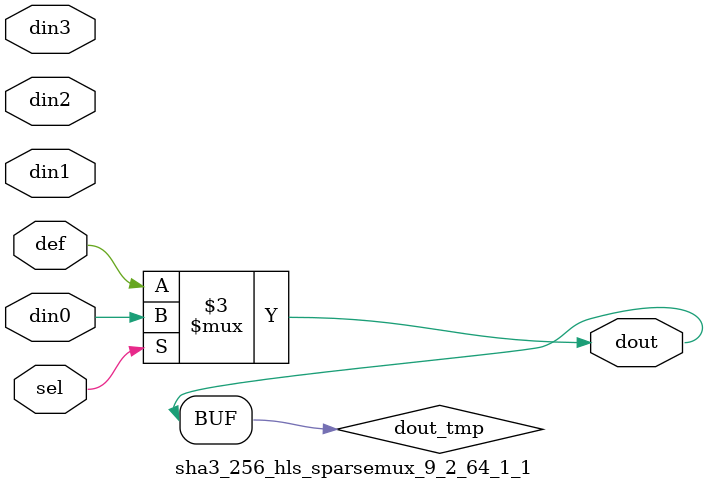
<source format=v>
`timescale 1ns / 1ps

module sha3_256_hls_sparsemux_9_2_64_1_1 (din0,din1,din2,din3,def,sel,dout);

parameter din0_WIDTH = 1;

parameter din1_WIDTH = 1;

parameter din2_WIDTH = 1;

parameter din3_WIDTH = 1;

parameter def_WIDTH = 1;
parameter sel_WIDTH = 1;
parameter dout_WIDTH = 1;

parameter [sel_WIDTH-1:0] CASE0 = 1;

parameter [sel_WIDTH-1:0] CASE1 = 1;

parameter [sel_WIDTH-1:0] CASE2 = 1;

parameter [sel_WIDTH-1:0] CASE3 = 1;

parameter ID = 1;
parameter NUM_STAGE = 1;



input [din0_WIDTH-1:0] din0;

input [din1_WIDTH-1:0] din1;

input [din2_WIDTH-1:0] din2;

input [din3_WIDTH-1:0] din3;

input [def_WIDTH-1:0] def;
input [sel_WIDTH-1:0] sel;

output [dout_WIDTH-1:0] dout;



reg [dout_WIDTH-1:0] dout_tmp;


always @ (*) begin
(* parallel_case *) case (sel)
    
    CASE0 : dout_tmp = din0;
    
    CASE1 : dout_tmp = din1;
    
    CASE2 : dout_tmp = din2;
    
    CASE3 : dout_tmp = din3;
    
    default : dout_tmp = def;
endcase
end


assign dout = dout_tmp;



endmodule

</source>
